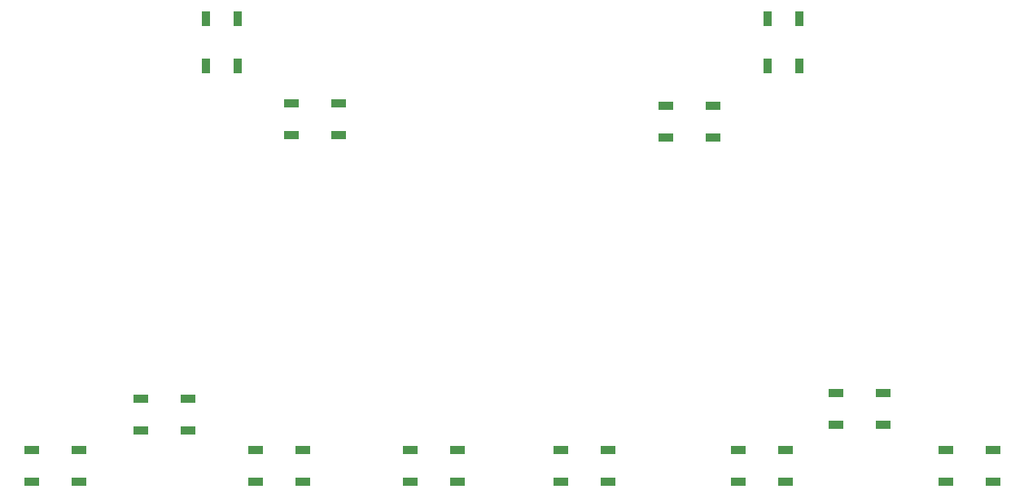
<source format=gbr>
%TF.GenerationSoftware,KiCad,Pcbnew,7.0.9*%
%TF.CreationDate,2024-10-01T14:40:39+09:00*%
%TF.ProjectId,03-front,30332d66-726f-46e7-942e-6b696361645f,rev?*%
%TF.SameCoordinates,Original*%
%TF.FileFunction,Paste,Top*%
%TF.FilePolarity,Positive*%
%FSLAX46Y46*%
G04 Gerber Fmt 4.6, Leading zero omitted, Abs format (unit mm)*
G04 Created by KiCad (PCBNEW 7.0.9) date 2024-10-01 14:40:39*
%MOMM*%
%LPD*%
G01*
G04 APERTURE LIST*
%ADD10R,1.500000X0.900000*%
%ADD11R,0.900000X1.500000*%
G04 APERTURE END LIST*
D10*
%TO.C,D1*%
X200660000Y-114810000D03*
X200660000Y-118110000D03*
X205560000Y-118110000D03*
X205560000Y-114810000D03*
%TD*%
%TO.C,D9*%
X132600000Y-78740000D03*
X132600000Y-82040000D03*
X137500000Y-82040000D03*
X137500000Y-78740000D03*
%TD*%
%TO.C,D6*%
X128905000Y-114810000D03*
X128905000Y-118110000D03*
X133805000Y-118110000D03*
X133805000Y-114810000D03*
%TD*%
%TO.C,D3*%
X179070000Y-114810000D03*
X179070000Y-118110000D03*
X183970000Y-118110000D03*
X183970000Y-114810000D03*
%TD*%
%TO.C,D12*%
X171540000Y-78995000D03*
X171540000Y-82295000D03*
X176440000Y-82295000D03*
X176440000Y-78995000D03*
%TD*%
%TO.C,D2*%
X189230000Y-108840000D03*
X189230000Y-112140000D03*
X194130000Y-112140000D03*
X194130000Y-108840000D03*
%TD*%
%TO.C,D8*%
X105590000Y-114810000D03*
X105590000Y-118110000D03*
X110490000Y-118110000D03*
X110490000Y-114810000D03*
%TD*%
%TO.C,D4*%
X160655000Y-114810000D03*
X160655000Y-118110000D03*
X165555000Y-118110000D03*
X165555000Y-114810000D03*
%TD*%
D11*
%TO.C,D10*%
X123700000Y-74840000D03*
X127000000Y-74840000D03*
X127000000Y-69940000D03*
X123700000Y-69940000D03*
%TD*%
D10*
%TO.C,D5*%
X144960000Y-114810000D03*
X144960000Y-118110000D03*
X149860000Y-118110000D03*
X149860000Y-114810000D03*
%TD*%
%TO.C,D7*%
X116930000Y-109475000D03*
X116930000Y-112775000D03*
X121830000Y-112775000D03*
X121830000Y-109475000D03*
%TD*%
D11*
%TO.C,D11*%
X182120000Y-74840000D03*
X185420000Y-74840000D03*
X185420000Y-69940000D03*
X182120000Y-69940000D03*
%TD*%
M02*

</source>
